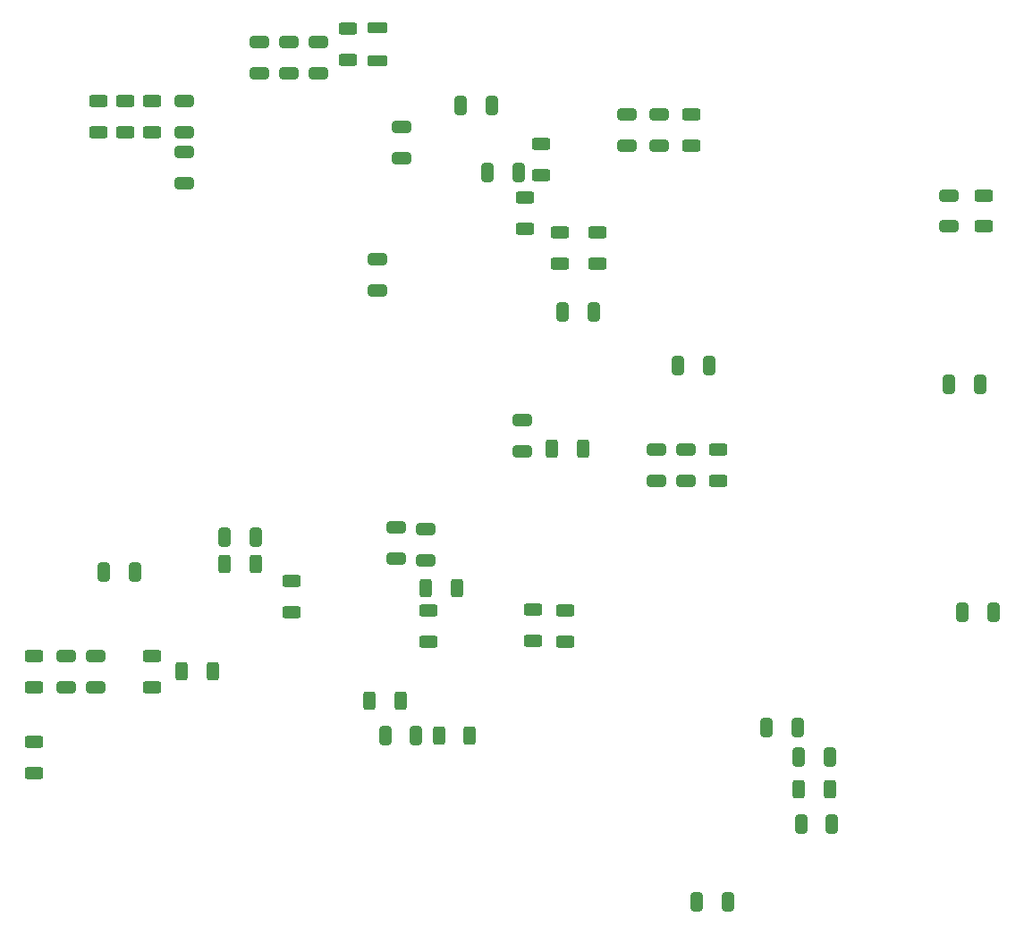
<source format=gbr>
%TF.GenerationSoftware,KiCad,Pcbnew,(6.0.7)*%
%TF.CreationDate,2022-09-22T21:01:33-04:00*%
%TF.ProjectId,Bitx40pa,42697478-3430-4706-912e-6b696361645f,rev?*%
%TF.SameCoordinates,Original*%
%TF.FileFunction,Paste,Top*%
%TF.FilePolarity,Positive*%
%FSLAX46Y46*%
G04 Gerber Fmt 4.6, Leading zero omitted, Abs format (unit mm)*
G04 Created by KiCad (PCBNEW (6.0.7)) date 2022-09-22 21:01:33*
%MOMM*%
%LPD*%
G01*
G04 APERTURE LIST*
G04 Aperture macros list*
%AMRoundRect*
0 Rectangle with rounded corners*
0 $1 Rounding radius*
0 $2 $3 $4 $5 $6 $7 $8 $9 X,Y pos of 4 corners*
0 Add a 4 corners polygon primitive as box body*
4,1,4,$2,$3,$4,$5,$6,$7,$8,$9,$2,$3,0*
0 Add four circle primitives for the rounded corners*
1,1,$1+$1,$2,$3*
1,1,$1+$1,$4,$5*
1,1,$1+$1,$6,$7*
1,1,$1+$1,$8,$9*
0 Add four rect primitives between the rounded corners*
20,1,$1+$1,$2,$3,$4,$5,0*
20,1,$1+$1,$4,$5,$6,$7,0*
20,1,$1+$1,$6,$7,$8,$9,0*
20,1,$1+$1,$8,$9,$2,$3,0*%
G04 Aperture macros list end*
%ADD10RoundRect,0.250000X0.650000X-0.325000X0.650000X0.325000X-0.650000X0.325000X-0.650000X-0.325000X0*%
%ADD11RoundRect,0.250000X-0.625000X0.312500X-0.625000X-0.312500X0.625000X-0.312500X0.625000X0.312500X0*%
%ADD12RoundRect,0.250000X0.625000X-0.312500X0.625000X0.312500X-0.625000X0.312500X-0.625000X-0.312500X0*%
%ADD13RoundRect,0.250000X0.325000X0.650000X-0.325000X0.650000X-0.325000X-0.650000X0.325000X-0.650000X0*%
%ADD14RoundRect,0.250000X-0.325000X-0.650000X0.325000X-0.650000X0.325000X0.650000X-0.325000X0.650000X0*%
%ADD15RoundRect,0.250000X-0.650000X0.325000X-0.650000X-0.325000X0.650000X-0.325000X0.650000X0.325000X0*%
%ADD16RoundRect,0.250000X-0.312500X-0.625000X0.312500X-0.625000X0.312500X0.625000X-0.312500X0.625000X0*%
%ADD17RoundRect,0.250000X0.700000X-0.275000X0.700000X0.275000X-0.700000X0.275000X-0.700000X-0.275000X0*%
%ADD18RoundRect,0.250000X0.312500X0.625000X-0.312500X0.625000X-0.312500X-0.625000X0.312500X-0.625000X0*%
G04 APERTURE END LIST*
D10*
%TO.C,C7*%
X63754000Y-74627000D03*
X63754000Y-71677000D03*
%TD*%
D11*
%TO.C,R8*%
X66802000Y-79563500D03*
X66802000Y-82488500D03*
%TD*%
D12*
%TO.C,R1*%
X29464000Y-94934500D03*
X29464000Y-92009500D03*
%TD*%
D13*
%TO.C,C12*%
X82501000Y-51308000D03*
X79551000Y-51308000D03*
%TD*%
D14*
%TO.C,C24*%
X101903000Y-93472000D03*
X104853000Y-93472000D03*
%TD*%
D13*
%TO.C,C21*%
X101805000Y-90678000D03*
X98855000Y-90678000D03*
%TD*%
D10*
%TO.C,C34*%
X64262000Y-36732000D03*
X64262000Y-33782000D03*
%TD*%
%TO.C,C9*%
X66548000Y-74832000D03*
X66548000Y-71882000D03*
%TD*%
D15*
%TO.C,C29*%
X43688000Y-36117000D03*
X43688000Y-39067000D03*
%TD*%
D12*
%TO.C,R5*%
X53848000Y-79694500D03*
X53848000Y-76769500D03*
%TD*%
%TO.C,R13*%
X82804000Y-46674500D03*
X82804000Y-43749500D03*
%TD*%
D13*
%TO.C,C6*%
X65688000Y-91440000D03*
X62738000Y-91440000D03*
%TD*%
D16*
%TO.C,R9*%
X66609500Y-77470000D03*
X69534500Y-77470000D03*
%TD*%
D12*
%TO.C,R22*%
X38100000Y-34228500D03*
X38100000Y-31303500D03*
%TD*%
D11*
%TO.C,R24*%
X59182000Y-24445500D03*
X59182000Y-27370500D03*
%TD*%
D15*
%TO.C,C1*%
X61976000Y-46277000D03*
X61976000Y-49227000D03*
%TD*%
D14*
%TO.C,C39*%
X69899000Y-31750000D03*
X72849000Y-31750000D03*
%TD*%
D12*
%TO.C,R21*%
X35560000Y-34228500D03*
X35560000Y-31303500D03*
%TD*%
D10*
%TO.C,C13*%
X88646000Y-35511000D03*
X88646000Y-32561000D03*
%TD*%
D13*
%TO.C,C26*%
X95201000Y-107188000D03*
X92251000Y-107188000D03*
%TD*%
D12*
%TO.C,R20*%
X119380000Y-43180000D03*
X119380000Y-40255000D03*
%TD*%
%TO.C,R18*%
X94234000Y-67248500D03*
X94234000Y-64323500D03*
%TD*%
D17*
%TO.C,L2*%
X61976000Y-27483000D03*
X61976000Y-24333000D03*
%TD*%
D10*
%TO.C,C32*%
X53594000Y-28653000D03*
X53594000Y-25703000D03*
%TD*%
D12*
%TO.C,R2*%
X29464000Y-86806500D03*
X29464000Y-83881500D03*
%TD*%
D11*
%TO.C,R4*%
X40640000Y-83881500D03*
X40640000Y-86806500D03*
%TD*%
D10*
%TO.C,C16*%
X88392000Y-67261000D03*
X88392000Y-64311000D03*
%TD*%
D15*
%TO.C,C25*%
X116078000Y-40230000D03*
X116078000Y-43180000D03*
%TD*%
D10*
%TO.C,C17*%
X91186000Y-67261000D03*
X91186000Y-64311000D03*
%TD*%
D14*
%TO.C,C3*%
X36117000Y-75946000D03*
X39067000Y-75946000D03*
%TD*%
D16*
%TO.C,R19*%
X101915500Y-96520000D03*
X104840500Y-96520000D03*
%TD*%
D11*
%TO.C,R23*%
X40640000Y-31303500D03*
X40640000Y-34228500D03*
%TD*%
D16*
%TO.C,R25*%
X43495500Y-85344000D03*
X46420500Y-85344000D03*
%TD*%
D12*
%TO.C,R17*%
X76708000Y-82427000D03*
X76708000Y-79502000D03*
%TD*%
D10*
%TO.C,C30*%
X56388000Y-28653000D03*
X56388000Y-25703000D03*
%TD*%
D12*
%TO.C,R16*%
X79756000Y-82488500D03*
X79756000Y-79563500D03*
%TD*%
D14*
%TO.C,C10*%
X72439000Y-38100000D03*
X75389000Y-38100000D03*
%TD*%
%TO.C,C19*%
X117397000Y-79756000D03*
X120347000Y-79756000D03*
%TD*%
D10*
%TO.C,C2*%
X32512000Y-86819000D03*
X32512000Y-83869000D03*
%TD*%
D16*
%TO.C,R6*%
X61275500Y-88138000D03*
X64200500Y-88138000D03*
%TD*%
D15*
%TO.C,C15*%
X75692000Y-61517000D03*
X75692000Y-64467000D03*
%TD*%
D13*
%TO.C,C18*%
X119077000Y-58166000D03*
X116127000Y-58166000D03*
%TD*%
D15*
%TO.C,C28*%
X43688000Y-31291000D03*
X43688000Y-34241000D03*
%TD*%
D14*
%TO.C,C20*%
X102108000Y-99822000D03*
X105058000Y-99822000D03*
%TD*%
D16*
%TO.C,R3*%
X47559500Y-75184000D03*
X50484500Y-75184000D03*
%TD*%
D12*
%TO.C,R11*%
X77470000Y-38292500D03*
X77470000Y-35367500D03*
%TD*%
D16*
%TO.C,R15*%
X78547500Y-64262000D03*
X81472500Y-64262000D03*
%TD*%
D13*
%TO.C,C4*%
X50497000Y-72644000D03*
X47547000Y-72644000D03*
%TD*%
D18*
%TO.C,R7*%
X70755500Y-91440000D03*
X67830500Y-91440000D03*
%TD*%
D13*
%TO.C,C14*%
X93423000Y-56388000D03*
X90473000Y-56388000D03*
%TD*%
D12*
%TO.C,R10*%
X75946000Y-43372500D03*
X75946000Y-40447500D03*
%TD*%
%TO.C,R12*%
X79248000Y-46674500D03*
X79248000Y-43749500D03*
%TD*%
D10*
%TO.C,C33*%
X50800000Y-28653000D03*
X50800000Y-25703000D03*
%TD*%
%TO.C,C5*%
X35306000Y-86819000D03*
X35306000Y-83869000D03*
%TD*%
%TO.C,C11*%
X85598000Y-35511000D03*
X85598000Y-32561000D03*
%TD*%
D12*
%TO.C,R14*%
X91694000Y-35498500D03*
X91694000Y-32573500D03*
%TD*%
M02*

</source>
